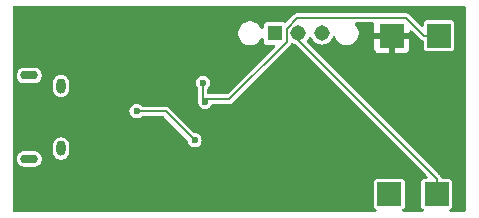
<source format=gbr>
%TF.GenerationSoftware,KiCad,Pcbnew,8.0.1*%
%TF.CreationDate,2024-04-19T14:44:52+05:30*%
%TF.ProjectId,Li-po_charger_with_BOOST,4c692d70-6f5f-4636-9861-726765725f77,rev?*%
%TF.SameCoordinates,Original*%
%TF.FileFunction,Copper,L2,Bot*%
%TF.FilePolarity,Positive*%
%FSLAX46Y46*%
G04 Gerber Fmt 4.6, Leading zero omitted, Abs format (unit mm)*
G04 Created by KiCad (PCBNEW 8.0.1) date 2024-04-19 14:44:52*
%MOMM*%
%LPD*%
G01*
G04 APERTURE LIST*
%TA.AperFunction,ComponentPad*%
%ADD10O,0.800000X1.300000*%
%TD*%
%TA.AperFunction,ComponentPad*%
%ADD11O,1.500000X0.750000*%
%TD*%
%TA.AperFunction,ComponentPad*%
%ADD12R,1.308000X1.308000*%
%TD*%
%TA.AperFunction,ComponentPad*%
%ADD13C,1.308000*%
%TD*%
%TA.AperFunction,ComponentPad*%
%ADD14R,2.000000X2.000000*%
%TD*%
%TA.AperFunction,ViaPad*%
%ADD15C,0.600000*%
%TD*%
%TA.AperFunction,Conductor*%
%ADD16C,0.200000*%
%TD*%
G04 APERTURE END LIST*
D10*
%TO.P,J2,S1,SHIELD*%
%TO.N,unconnected-(J2-SHIELD-PadS1)_0*%
X60800000Y-82650000D03*
%TO.P,J2,S2,SHIELD*%
%TO.N,unconnected-(J2-SHIELD-PadS1)_1*%
X60800000Y-87950000D03*
D11*
%TO.P,J2,S3,SHIELD*%
%TO.N,unconnected-(J2-SHIELD-PadS1)_3*%
X58100000Y-81775000D03*
%TO.P,J2,S6,SHIELD*%
%TO.N,unconnected-(J2-SHIELD-PadS1)_4*%
X58100000Y-88825000D03*
%TD*%
D12*
%TO.P,S1,1,1*%
%TO.N,Net-(U2-EN)*%
X78900000Y-78200000D03*
D13*
%TO.P,S1,2,2*%
%TO.N,/BAT*%
X80900000Y-78200000D03*
%TO.P,S1,3,3*%
%TO.N,unconnected-(S1-Pad3)*%
X82900000Y-78200000D03*
%TD*%
D14*
%TO.P,H5,1,1*%
%TO.N,Net-(D3-K)*%
X88600000Y-91800000D03*
%TD*%
%TO.P,H1,1,1*%
%TO.N,/BAT*%
X92600000Y-91800000D03*
%TD*%
%TO.P,H4,1,1*%
%TO.N,GND*%
X88800000Y-78400000D03*
%TD*%
%TO.P,H2,1,1*%
%TO.N,/BAT-*%
X92800000Y-78400000D03*
%TD*%
D15*
%TO.N,/BAT-*%
X73000000Y-84000000D03*
X72800000Y-82400000D03*
%TO.N,/VBUS*%
X67204100Y-84810000D03*
X72108500Y-87270600D03*
%TO.N,GND*%
X70572500Y-89114000D03*
X87904000Y-84599800D03*
X80929100Y-87000000D03*
X94242500Y-87257000D03*
X89064400Y-90214900D03*
%TD*%
D16*
%TO.N,/BAT*%
X92600000Y-91800000D02*
X92600000Y-90498300D01*
X80900000Y-78798300D02*
X92600000Y-90498300D01*
X80900000Y-78200000D02*
X80900000Y-78798300D01*
%TO.N,/BAT-*%
X72800000Y-82400000D02*
X72800000Y-83777800D01*
X72800000Y-83800000D02*
X73000000Y-84000000D01*
X72800000Y-83777800D02*
X72800000Y-83800000D01*
X89979500Y-76881200D02*
X91498300Y-78400000D01*
X80819900Y-76881200D02*
X89979500Y-76881200D01*
X79897000Y-77804100D02*
X80819900Y-76881200D01*
X79897000Y-78937700D02*
X79897000Y-77804100D01*
X75056900Y-83777800D02*
X79897000Y-78937700D01*
X72800000Y-83777800D02*
X75056900Y-83777800D01*
X92800000Y-78400000D02*
X91498300Y-78400000D01*
%TO.N,/VBUS*%
X69647900Y-84810000D02*
X72108500Y-87270600D01*
X67204100Y-84810000D02*
X69647900Y-84810000D01*
%TD*%
%TA.AperFunction,Conductor*%
%TO.N,GND*%
G36*
X95042539Y-75920185D02*
G01*
X95088294Y-75972989D01*
X95099500Y-76024500D01*
X95099500Y-93175500D01*
X95079815Y-93242539D01*
X95027011Y-93288294D01*
X94975500Y-93299500D01*
X93800520Y-93299500D01*
X93733481Y-93279815D01*
X93687726Y-93227011D01*
X93677782Y-93157853D01*
X93706807Y-93094297D01*
X93750430Y-93062067D01*
X93772765Y-93052206D01*
X93852206Y-92972765D01*
X93897585Y-92869991D01*
X93900500Y-92844865D01*
X93900499Y-90755136D01*
X93900497Y-90755117D01*
X93897586Y-90730012D01*
X93897585Y-90730010D01*
X93897585Y-90730009D01*
X93852206Y-90627235D01*
X93772765Y-90547794D01*
X93772763Y-90547793D01*
X93669992Y-90502415D01*
X93644868Y-90499500D01*
X93644865Y-90499500D01*
X93110099Y-90499500D01*
X93043060Y-90479815D01*
X92997305Y-90427011D01*
X92990324Y-90407594D01*
X92973207Y-90343713D01*
X92920480Y-90252387D01*
X92845913Y-90177820D01*
X92845912Y-90177819D01*
X92841582Y-90173489D01*
X92841571Y-90173479D01*
X81643286Y-78975193D01*
X81609801Y-78913870D01*
X81614785Y-78844178D01*
X81635114Y-78808847D01*
X81641964Y-78800501D01*
X81697477Y-78732857D01*
X81697477Y-78732855D01*
X81697481Y-78732851D01*
X81788981Y-78561667D01*
X81790444Y-78562449D01*
X81829271Y-78514259D01*
X81895563Y-78492188D01*
X81963264Y-78509462D01*
X82010879Y-78560595D01*
X82013420Y-78566159D01*
X82102518Y-78732851D01*
X82102523Y-78732857D01*
X82221800Y-78878199D01*
X82339990Y-78975193D01*
X82358552Y-78990427D01*
X82367142Y-78997476D01*
X82367148Y-78997481D01*
X82531352Y-79085249D01*
X82532961Y-79086109D01*
X82659930Y-79124625D01*
X82712882Y-79140688D01*
X82712884Y-79140689D01*
X82729660Y-79142341D01*
X82900000Y-79159118D01*
X83087115Y-79140689D01*
X83267039Y-79086109D01*
X83359411Y-79036735D01*
X83432851Y-78997481D01*
X83432853Y-78997478D01*
X83432857Y-78997477D01*
X83578199Y-78878199D01*
X83697477Y-78732857D01*
X83697478Y-78732853D01*
X83697481Y-78732851D01*
X83786107Y-78567043D01*
X83786107Y-78567042D01*
X83786109Y-78567039D01*
X83805143Y-78504291D01*
X83843440Y-78445855D01*
X83907252Y-78417399D01*
X83976319Y-78427959D01*
X84028713Y-78474183D01*
X84038364Y-78492837D01*
X84113364Y-78673907D01*
X84113371Y-78673920D01*
X84222860Y-78837781D01*
X84222863Y-78837785D01*
X84362214Y-78977136D01*
X84362218Y-78977139D01*
X84526079Y-79086628D01*
X84526092Y-79086635D01*
X84701084Y-79159118D01*
X84708165Y-79162051D01*
X84708169Y-79162051D01*
X84708170Y-79162052D01*
X84901456Y-79200500D01*
X84901459Y-79200500D01*
X85098543Y-79200500D01*
X85230844Y-79174183D01*
X85291835Y-79162051D01*
X85473914Y-79086632D01*
X85637782Y-78977139D01*
X85777139Y-78837782D01*
X85886632Y-78673914D01*
X85962051Y-78491835D01*
X86000500Y-78298541D01*
X86000500Y-78101459D01*
X86000500Y-78101456D01*
X85962052Y-77908170D01*
X85962051Y-77908169D01*
X85962051Y-77908165D01*
X85934004Y-77840453D01*
X85886635Y-77726092D01*
X85886628Y-77726079D01*
X85777139Y-77562218D01*
X85777136Y-77562214D01*
X85708303Y-77493381D01*
X85674818Y-77432058D01*
X85679802Y-77362366D01*
X85721674Y-77306433D01*
X85787138Y-77282016D01*
X85795984Y-77281700D01*
X87176000Y-77281700D01*
X87243039Y-77301385D01*
X87288794Y-77354189D01*
X87300000Y-77405700D01*
X87300000Y-78150000D01*
X88366988Y-78150000D01*
X88334075Y-78207007D01*
X88300000Y-78334174D01*
X88300000Y-78465826D01*
X88334075Y-78592993D01*
X88366988Y-78650000D01*
X87300000Y-78650000D01*
X87300000Y-79447844D01*
X87306401Y-79507372D01*
X87306403Y-79507379D01*
X87356645Y-79642086D01*
X87356649Y-79642093D01*
X87442809Y-79757187D01*
X87442812Y-79757190D01*
X87557906Y-79843350D01*
X87557913Y-79843354D01*
X87692620Y-79893596D01*
X87692627Y-79893598D01*
X87752155Y-79899999D01*
X87752172Y-79900000D01*
X88550000Y-79900000D01*
X88550000Y-78833012D01*
X88607007Y-78865925D01*
X88734174Y-78900000D01*
X88865826Y-78900000D01*
X88992993Y-78865925D01*
X89050000Y-78833012D01*
X89050000Y-79900000D01*
X89847828Y-79900000D01*
X89847844Y-79899999D01*
X89907372Y-79893598D01*
X89907379Y-79893596D01*
X90042086Y-79843354D01*
X90042093Y-79843350D01*
X90157187Y-79757190D01*
X90157190Y-79757187D01*
X90243350Y-79642093D01*
X90243354Y-79642086D01*
X90293596Y-79507379D01*
X90293598Y-79507372D01*
X90299999Y-79447844D01*
X90300000Y-79447827D01*
X90300000Y-78650000D01*
X89233012Y-78650000D01*
X89265925Y-78592993D01*
X89300000Y-78465826D01*
X89300000Y-78334174D01*
X89265925Y-78207007D01*
X89233012Y-78150000D01*
X90300000Y-78150000D01*
X90300000Y-78067454D01*
X90319685Y-78000415D01*
X90372489Y-77954660D01*
X90441647Y-77944716D01*
X90505203Y-77973741D01*
X90511681Y-77979773D01*
X91173479Y-78641571D01*
X91173489Y-78641582D01*
X91177819Y-78645912D01*
X91177820Y-78645913D01*
X91252387Y-78720480D01*
X91343713Y-78773207D01*
X91407596Y-78790325D01*
X91467255Y-78826689D01*
X91497784Y-78889536D01*
X91499501Y-78910099D01*
X91499501Y-79444856D01*
X91499502Y-79444882D01*
X91502413Y-79469987D01*
X91502415Y-79469991D01*
X91547793Y-79572764D01*
X91547794Y-79572765D01*
X91627235Y-79652206D01*
X91730009Y-79697585D01*
X91755135Y-79700500D01*
X93844864Y-79700499D01*
X93844879Y-79700497D01*
X93844882Y-79700497D01*
X93869987Y-79697586D01*
X93869988Y-79697585D01*
X93869991Y-79697585D01*
X93972765Y-79652206D01*
X94052206Y-79572765D01*
X94097585Y-79469991D01*
X94100500Y-79444865D01*
X94100499Y-77355136D01*
X94100004Y-77350868D01*
X94097586Y-77330012D01*
X94097585Y-77330010D01*
X94097585Y-77330009D01*
X94052206Y-77227235D01*
X93972765Y-77147794D01*
X93972763Y-77147793D01*
X93869992Y-77102415D01*
X93844865Y-77099500D01*
X91755143Y-77099500D01*
X91755117Y-77099502D01*
X91730012Y-77102413D01*
X91730008Y-77102415D01*
X91627235Y-77147793D01*
X91547794Y-77227234D01*
X91502415Y-77330006D01*
X91502415Y-77330008D01*
X91499500Y-77355131D01*
X91499500Y-77535445D01*
X91479815Y-77602484D01*
X91427011Y-77648239D01*
X91357853Y-77658183D01*
X91294297Y-77629158D01*
X91287819Y-77623126D01*
X90225415Y-76560722D01*
X90225414Y-76560721D01*
X90225413Y-76560720D01*
X90179750Y-76534356D01*
X90134089Y-76507993D01*
X90083157Y-76494346D01*
X90032227Y-76480700D01*
X90032226Y-76480700D01*
X80880239Y-76480700D01*
X80880223Y-76480699D01*
X80872627Y-76480699D01*
X80767173Y-76480699D01*
X80699266Y-76498895D01*
X80665312Y-76507993D01*
X80573984Y-76560722D01*
X80499418Y-76635289D01*
X79866012Y-77268694D01*
X79804689Y-77302179D01*
X79734997Y-77297195D01*
X79728245Y-77294447D01*
X79623995Y-77248416D01*
X79623991Y-77248415D01*
X79598865Y-77245500D01*
X78201143Y-77245500D01*
X78201117Y-77245502D01*
X78176012Y-77248413D01*
X78176008Y-77248415D01*
X78073235Y-77293793D01*
X77993794Y-77373234D01*
X77948415Y-77476006D01*
X77948415Y-77476008D01*
X77945500Y-77501131D01*
X77945500Y-77727659D01*
X77925815Y-77794698D01*
X77873011Y-77840453D01*
X77803853Y-77850397D01*
X77740297Y-77821372D01*
X77706939Y-77775111D01*
X77686635Y-77726092D01*
X77686628Y-77726079D01*
X77577139Y-77562218D01*
X77577136Y-77562214D01*
X77437785Y-77422863D01*
X77437781Y-77422860D01*
X77273920Y-77313371D01*
X77273907Y-77313364D01*
X77091839Y-77237950D01*
X77091829Y-77237947D01*
X76898543Y-77199500D01*
X76898541Y-77199500D01*
X76701459Y-77199500D01*
X76701457Y-77199500D01*
X76508170Y-77237947D01*
X76508160Y-77237950D01*
X76326092Y-77313364D01*
X76326079Y-77313371D01*
X76162218Y-77422860D01*
X76162214Y-77422863D01*
X76022863Y-77562214D01*
X76022860Y-77562218D01*
X75913371Y-77726079D01*
X75913364Y-77726092D01*
X75837950Y-77908160D01*
X75837947Y-77908170D01*
X75799500Y-78101456D01*
X75799500Y-78101459D01*
X75799500Y-78298541D01*
X75799500Y-78298543D01*
X75799499Y-78298543D01*
X75837947Y-78491829D01*
X75837950Y-78491839D01*
X75913364Y-78673907D01*
X75913371Y-78673920D01*
X76022860Y-78837781D01*
X76022863Y-78837785D01*
X76162214Y-78977136D01*
X76162218Y-78977139D01*
X76326079Y-79086628D01*
X76326092Y-79086635D01*
X76501084Y-79159118D01*
X76508165Y-79162051D01*
X76508169Y-79162051D01*
X76508170Y-79162052D01*
X76701456Y-79200500D01*
X76701459Y-79200500D01*
X76898543Y-79200500D01*
X77030844Y-79174183D01*
X77091835Y-79162051D01*
X77273914Y-79086632D01*
X77437782Y-78977139D01*
X77577139Y-78837782D01*
X77686632Y-78673914D01*
X77706939Y-78624887D01*
X77750778Y-78570484D01*
X77817072Y-78548418D01*
X77884771Y-78565696D01*
X77932383Y-78616832D01*
X77945500Y-78672338D01*
X77945500Y-78898856D01*
X77945502Y-78898882D01*
X77948413Y-78923987D01*
X77948415Y-78923991D01*
X77993793Y-79026764D01*
X77993794Y-79026765D01*
X78073235Y-79106206D01*
X78176009Y-79151585D01*
X78201135Y-79154500D01*
X78814445Y-79154499D01*
X78881483Y-79174183D01*
X78927238Y-79226987D01*
X78937182Y-79296146D01*
X78908157Y-79359702D01*
X78902125Y-79366180D01*
X74927326Y-83340981D01*
X74866003Y-83374466D01*
X74839645Y-83377300D01*
X73324500Y-83377300D01*
X73257461Y-83357615D01*
X73211706Y-83304811D01*
X73200500Y-83253300D01*
X73200500Y-82906580D01*
X73220185Y-82839541D01*
X73226124Y-82831093D01*
X73228279Y-82828283D01*
X73228282Y-82828282D01*
X73324536Y-82702841D01*
X73385044Y-82556762D01*
X73405682Y-82400000D01*
X73402209Y-82373623D01*
X73385044Y-82243239D01*
X73385044Y-82243238D01*
X73324536Y-82097159D01*
X73228282Y-81971718D01*
X73102841Y-81875464D01*
X73055580Y-81855888D01*
X72956762Y-81814956D01*
X72956760Y-81814955D01*
X72800001Y-81794318D01*
X72799999Y-81794318D01*
X72643239Y-81814955D01*
X72643237Y-81814956D01*
X72497160Y-81875463D01*
X72371718Y-81971718D01*
X72275463Y-82097160D01*
X72214956Y-82243237D01*
X72214955Y-82243239D01*
X72194318Y-82399998D01*
X72194318Y-82400001D01*
X72214955Y-82556760D01*
X72214956Y-82556762D01*
X72275464Y-82702841D01*
X72371718Y-82828282D01*
X72371720Y-82828283D01*
X72373876Y-82831093D01*
X72399070Y-82896263D01*
X72399500Y-82906580D01*
X72399500Y-83852726D01*
X72402643Y-83864457D01*
X72405806Y-83912731D01*
X72394318Y-83999997D01*
X72394318Y-84000001D01*
X72414955Y-84156760D01*
X72414956Y-84156762D01*
X72443202Y-84224955D01*
X72475464Y-84302841D01*
X72571718Y-84428282D01*
X72697159Y-84524536D01*
X72843238Y-84585044D01*
X72921619Y-84595363D01*
X72999999Y-84605682D01*
X73000000Y-84605682D01*
X73000001Y-84605682D01*
X73052254Y-84598802D01*
X73156762Y-84585044D01*
X73302841Y-84524536D01*
X73428282Y-84428282D01*
X73524536Y-84302841D01*
X73544416Y-84254847D01*
X73588257Y-84200444D01*
X73654551Y-84178379D01*
X73658977Y-84178300D01*
X75109625Y-84178300D01*
X75109627Y-84178300D01*
X75211488Y-84151007D01*
X75302813Y-84098280D01*
X80217480Y-79183613D01*
X80270207Y-79092288D01*
X80270207Y-79092287D01*
X80274271Y-79085249D01*
X80277081Y-79086871D01*
X80311322Y-79044302D01*
X80377596Y-79022176D01*
X80440588Y-79036734D01*
X80532961Y-79086109D01*
X80630212Y-79115609D01*
X80681896Y-79146588D01*
X91823127Y-90287819D01*
X91856612Y-90349142D01*
X91851628Y-90418834D01*
X91809756Y-90474767D01*
X91744292Y-90499184D01*
X91735447Y-90499500D01*
X91555143Y-90499500D01*
X91555117Y-90499502D01*
X91530012Y-90502413D01*
X91530008Y-90502415D01*
X91427235Y-90547793D01*
X91347794Y-90627234D01*
X91302415Y-90730006D01*
X91302415Y-90730008D01*
X91299500Y-90755131D01*
X91299500Y-92844856D01*
X91299502Y-92844882D01*
X91302413Y-92869987D01*
X91302415Y-92869991D01*
X91347793Y-92972764D01*
X91347794Y-92972765D01*
X91427235Y-93052206D01*
X91449564Y-93062065D01*
X91449566Y-93062066D01*
X91502942Y-93107152D01*
X91523469Y-93173939D01*
X91504630Y-93241221D01*
X91452407Y-93287637D01*
X91399479Y-93299500D01*
X89800520Y-93299500D01*
X89733481Y-93279815D01*
X89687726Y-93227011D01*
X89677782Y-93157853D01*
X89706807Y-93094297D01*
X89750430Y-93062067D01*
X89772765Y-93052206D01*
X89852206Y-92972765D01*
X89897585Y-92869991D01*
X89900500Y-92844865D01*
X89900499Y-90755136D01*
X89900497Y-90755117D01*
X89897586Y-90730012D01*
X89897585Y-90730010D01*
X89897585Y-90730009D01*
X89852206Y-90627235D01*
X89772765Y-90547794D01*
X89772763Y-90547793D01*
X89669992Y-90502415D01*
X89644865Y-90499500D01*
X87555143Y-90499500D01*
X87555117Y-90499502D01*
X87530012Y-90502413D01*
X87530008Y-90502415D01*
X87427235Y-90547793D01*
X87347794Y-90627234D01*
X87302415Y-90730006D01*
X87302415Y-90730008D01*
X87299500Y-90755131D01*
X87299500Y-92844856D01*
X87299502Y-92844882D01*
X87302413Y-92869987D01*
X87302415Y-92869991D01*
X87347793Y-92972764D01*
X87347794Y-92972765D01*
X87427235Y-93052206D01*
X87449564Y-93062065D01*
X87449566Y-93062066D01*
X87502942Y-93107152D01*
X87523469Y-93173939D01*
X87504630Y-93241221D01*
X87452407Y-93287637D01*
X87399479Y-93299500D01*
X56824500Y-93299500D01*
X56757461Y-93279815D01*
X56711706Y-93227011D01*
X56700500Y-93175500D01*
X56700500Y-88891533D01*
X57049499Y-88891533D01*
X57075458Y-89022030D01*
X57075461Y-89022040D01*
X57126376Y-89144961D01*
X57126386Y-89144979D01*
X57200301Y-89255601D01*
X57200307Y-89255609D01*
X57294390Y-89349692D01*
X57294398Y-89349698D01*
X57405020Y-89423613D01*
X57405023Y-89423614D01*
X57405031Y-89423620D01*
X57527964Y-89474540D01*
X57527968Y-89474540D01*
X57527969Y-89474541D01*
X57658466Y-89500500D01*
X57658469Y-89500500D01*
X58541533Y-89500500D01*
X58629325Y-89483035D01*
X58672036Y-89474540D01*
X58794969Y-89423620D01*
X58905606Y-89349695D01*
X58999695Y-89255606D01*
X59073620Y-89144969D01*
X59124540Y-89022036D01*
X59150500Y-88891531D01*
X59150500Y-88758469D01*
X59150500Y-88758466D01*
X59124541Y-88627969D01*
X59124540Y-88627968D01*
X59124540Y-88627964D01*
X59073620Y-88505031D01*
X59006335Y-88404332D01*
X58999698Y-88394398D01*
X58999692Y-88394390D01*
X58905609Y-88300307D01*
X58905601Y-88300301D01*
X58858748Y-88268995D01*
X60099499Y-88268995D01*
X60126418Y-88404322D01*
X60126421Y-88404332D01*
X60179221Y-88531804D01*
X60179228Y-88531817D01*
X60255885Y-88646541D01*
X60255888Y-88646545D01*
X60353454Y-88744111D01*
X60353458Y-88744114D01*
X60468182Y-88820771D01*
X60468195Y-88820778D01*
X60595667Y-88873578D01*
X60595672Y-88873580D01*
X60595676Y-88873580D01*
X60595677Y-88873581D01*
X60731004Y-88900500D01*
X60731007Y-88900500D01*
X60868995Y-88900500D01*
X60960041Y-88882389D01*
X61004328Y-88873580D01*
X61131811Y-88820775D01*
X61246542Y-88744114D01*
X61344114Y-88646542D01*
X61420775Y-88531811D01*
X61473580Y-88404328D01*
X61494272Y-88300305D01*
X61500500Y-88268995D01*
X61500500Y-87631004D01*
X61473581Y-87495677D01*
X61473580Y-87495676D01*
X61473580Y-87495672D01*
X61445285Y-87427361D01*
X61420778Y-87368195D01*
X61420771Y-87368182D01*
X61344114Y-87253458D01*
X61344111Y-87253454D01*
X61246545Y-87155888D01*
X61246541Y-87155885D01*
X61131817Y-87079228D01*
X61131804Y-87079221D01*
X61004332Y-87026421D01*
X61004322Y-87026418D01*
X60868995Y-86999500D01*
X60868993Y-86999500D01*
X60731007Y-86999500D01*
X60731005Y-86999500D01*
X60595677Y-87026418D01*
X60595667Y-87026421D01*
X60468195Y-87079221D01*
X60468182Y-87079228D01*
X60353458Y-87155885D01*
X60353454Y-87155888D01*
X60255888Y-87253454D01*
X60255885Y-87253458D01*
X60179228Y-87368182D01*
X60179221Y-87368195D01*
X60126421Y-87495667D01*
X60126418Y-87495677D01*
X60099500Y-87631004D01*
X60099500Y-87631007D01*
X60099500Y-88268993D01*
X60099500Y-88268995D01*
X60099499Y-88268995D01*
X58858748Y-88268995D01*
X58794979Y-88226386D01*
X58794972Y-88226382D01*
X58794969Y-88226380D01*
X58794965Y-88226378D01*
X58794961Y-88226376D01*
X58672040Y-88175461D01*
X58672030Y-88175458D01*
X58541533Y-88149500D01*
X58541531Y-88149500D01*
X57658469Y-88149500D01*
X57658467Y-88149500D01*
X57527969Y-88175458D01*
X57527959Y-88175461D01*
X57405038Y-88226376D01*
X57405020Y-88226386D01*
X57294398Y-88300301D01*
X57294390Y-88300307D01*
X57200307Y-88394390D01*
X57200301Y-88394398D01*
X57126386Y-88505020D01*
X57126376Y-88505038D01*
X57075461Y-88627959D01*
X57075458Y-88627969D01*
X57049500Y-88758466D01*
X57049500Y-88758469D01*
X57049500Y-88891531D01*
X57049500Y-88891533D01*
X57049499Y-88891533D01*
X56700500Y-88891533D01*
X56700500Y-84810001D01*
X66598418Y-84810001D01*
X66619055Y-84966760D01*
X66619056Y-84966762D01*
X66679564Y-85112841D01*
X66775818Y-85238282D01*
X66901259Y-85334536D01*
X67047338Y-85395044D01*
X67125719Y-85405363D01*
X67204099Y-85415682D01*
X67204100Y-85415682D01*
X67204101Y-85415682D01*
X67256354Y-85408802D01*
X67360862Y-85395044D01*
X67506941Y-85334536D01*
X67632382Y-85238282D01*
X67632383Y-85238279D01*
X67635193Y-85236124D01*
X67700363Y-85210930D01*
X67710680Y-85210500D01*
X69430645Y-85210500D01*
X69497684Y-85230185D01*
X69518326Y-85246819D01*
X71467097Y-87195590D01*
X71500582Y-87256913D01*
X71502355Y-87267085D01*
X71502818Y-87270598D01*
X71502818Y-87270600D01*
X71523456Y-87427362D01*
X71583964Y-87573441D01*
X71680218Y-87698882D01*
X71805659Y-87795136D01*
X71951738Y-87855644D01*
X72030119Y-87865963D01*
X72108499Y-87876282D01*
X72108500Y-87876282D01*
X72108501Y-87876282D01*
X72160754Y-87869402D01*
X72265262Y-87855644D01*
X72411341Y-87795136D01*
X72536782Y-87698882D01*
X72633036Y-87573441D01*
X72693544Y-87427362D01*
X72714182Y-87270600D01*
X72693544Y-87113838D01*
X72633036Y-86967759D01*
X72536782Y-86842318D01*
X72411341Y-86746064D01*
X72265262Y-86685556D01*
X72209077Y-86678159D01*
X72104985Y-86664455D01*
X72041089Y-86636188D01*
X72033490Y-86629197D01*
X69893815Y-84489522D01*
X69893813Y-84489520D01*
X69848150Y-84463156D01*
X69802489Y-84436793D01*
X69751557Y-84423146D01*
X69700627Y-84409500D01*
X69700626Y-84409500D01*
X67710680Y-84409500D01*
X67643641Y-84389815D01*
X67635193Y-84383876D01*
X67632383Y-84381720D01*
X67632382Y-84381718D01*
X67506941Y-84285464D01*
X67360862Y-84224956D01*
X67360860Y-84224955D01*
X67204101Y-84204318D01*
X67204099Y-84204318D01*
X67047339Y-84224955D01*
X67047337Y-84224956D01*
X66901260Y-84285463D01*
X66775818Y-84381718D01*
X66679563Y-84507160D01*
X66619056Y-84653237D01*
X66619055Y-84653239D01*
X66598418Y-84809998D01*
X66598418Y-84810001D01*
X56700500Y-84810001D01*
X56700500Y-82968995D01*
X60099499Y-82968995D01*
X60126418Y-83104322D01*
X60126421Y-83104332D01*
X60179221Y-83231804D01*
X60179228Y-83231817D01*
X60255885Y-83346541D01*
X60255888Y-83346545D01*
X60353454Y-83444111D01*
X60353458Y-83444114D01*
X60468182Y-83520771D01*
X60468195Y-83520778D01*
X60595667Y-83573578D01*
X60595672Y-83573580D01*
X60595676Y-83573580D01*
X60595677Y-83573581D01*
X60731004Y-83600500D01*
X60731007Y-83600500D01*
X60868995Y-83600500D01*
X60960041Y-83582389D01*
X61004328Y-83573580D01*
X61131811Y-83520775D01*
X61246542Y-83444114D01*
X61344114Y-83346542D01*
X61420775Y-83231811D01*
X61473580Y-83104328D01*
X61500500Y-82968993D01*
X61500500Y-82331007D01*
X61500500Y-82331004D01*
X61473581Y-82195677D01*
X61473580Y-82195676D01*
X61473580Y-82195672D01*
X61473578Y-82195667D01*
X61420778Y-82068195D01*
X61420771Y-82068182D01*
X61344114Y-81953458D01*
X61344111Y-81953454D01*
X61246545Y-81855888D01*
X61246541Y-81855885D01*
X61131817Y-81779228D01*
X61131804Y-81779221D01*
X61004332Y-81726421D01*
X61004322Y-81726418D01*
X60868995Y-81699500D01*
X60868993Y-81699500D01*
X60731007Y-81699500D01*
X60731005Y-81699500D01*
X60595677Y-81726418D01*
X60595667Y-81726421D01*
X60468195Y-81779221D01*
X60468182Y-81779228D01*
X60353458Y-81855885D01*
X60353454Y-81855888D01*
X60255888Y-81953454D01*
X60255885Y-81953458D01*
X60179228Y-82068182D01*
X60179221Y-82068195D01*
X60126421Y-82195667D01*
X60126418Y-82195677D01*
X60099500Y-82331004D01*
X60099500Y-82331007D01*
X60099500Y-82968993D01*
X60099500Y-82968995D01*
X60099499Y-82968995D01*
X56700500Y-82968995D01*
X56700500Y-81841533D01*
X57049499Y-81841533D01*
X57075458Y-81972030D01*
X57075461Y-81972040D01*
X57126376Y-82094961D01*
X57126386Y-82094979D01*
X57200301Y-82205601D01*
X57200307Y-82205609D01*
X57294390Y-82299692D01*
X57294398Y-82299698D01*
X57405020Y-82373613D01*
X57405023Y-82373614D01*
X57405031Y-82373620D01*
X57405037Y-82373622D01*
X57405038Y-82373623D01*
X57468721Y-82400001D01*
X57527964Y-82424540D01*
X57527968Y-82424540D01*
X57527969Y-82424541D01*
X57658466Y-82450500D01*
X57658469Y-82450500D01*
X58541533Y-82450500D01*
X58629325Y-82433035D01*
X58672036Y-82424540D01*
X58794969Y-82373620D01*
X58905606Y-82299695D01*
X58999695Y-82205606D01*
X59073620Y-82094969D01*
X59124540Y-81972036D01*
X59143750Y-81875464D01*
X59150500Y-81841533D01*
X59150500Y-81708466D01*
X59124541Y-81577969D01*
X59124540Y-81577968D01*
X59124540Y-81577964D01*
X59073620Y-81455031D01*
X58999695Y-81344394D01*
X58999692Y-81344390D01*
X58905609Y-81250307D01*
X58905601Y-81250301D01*
X58794979Y-81176386D01*
X58794972Y-81176382D01*
X58794969Y-81176380D01*
X58794965Y-81176378D01*
X58794961Y-81176376D01*
X58672040Y-81125461D01*
X58672030Y-81125458D01*
X58541533Y-81099500D01*
X58541531Y-81099500D01*
X57658469Y-81099500D01*
X57658467Y-81099500D01*
X57527969Y-81125458D01*
X57527959Y-81125461D01*
X57405038Y-81176376D01*
X57405020Y-81176386D01*
X57294398Y-81250301D01*
X57294390Y-81250307D01*
X57200307Y-81344390D01*
X57200301Y-81344398D01*
X57126386Y-81455020D01*
X57126376Y-81455038D01*
X57075461Y-81577959D01*
X57075458Y-81577969D01*
X57049500Y-81708466D01*
X57049500Y-81708469D01*
X57049500Y-81841531D01*
X57049500Y-81841533D01*
X57049499Y-81841533D01*
X56700500Y-81841533D01*
X56700500Y-76024500D01*
X56720185Y-75957461D01*
X56772989Y-75911706D01*
X56824500Y-75900500D01*
X94975500Y-75900500D01*
X95042539Y-75920185D01*
G37*
%TD.AperFunction*%
%TD*%
M02*

</source>
